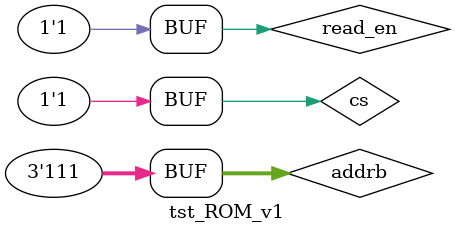
<source format=v>
module tst_ROM_v1;

	reg [2:0] addrb;
	wire [7:0] datab;
	reg read_en, cs;
	
	ROM_v1 rom1 (cs, addrb, datab, read_en);
	
	initial begin
		#0 addrb = 2;
		#10 addrb = 5;
		#10 addrb = 3;
		#5 addrb = 7;
	end
	initial begin
		#3 cs <= 1;
	end
	initial begin
		#3 read_en <= 1;
	end

endmodule


</source>
